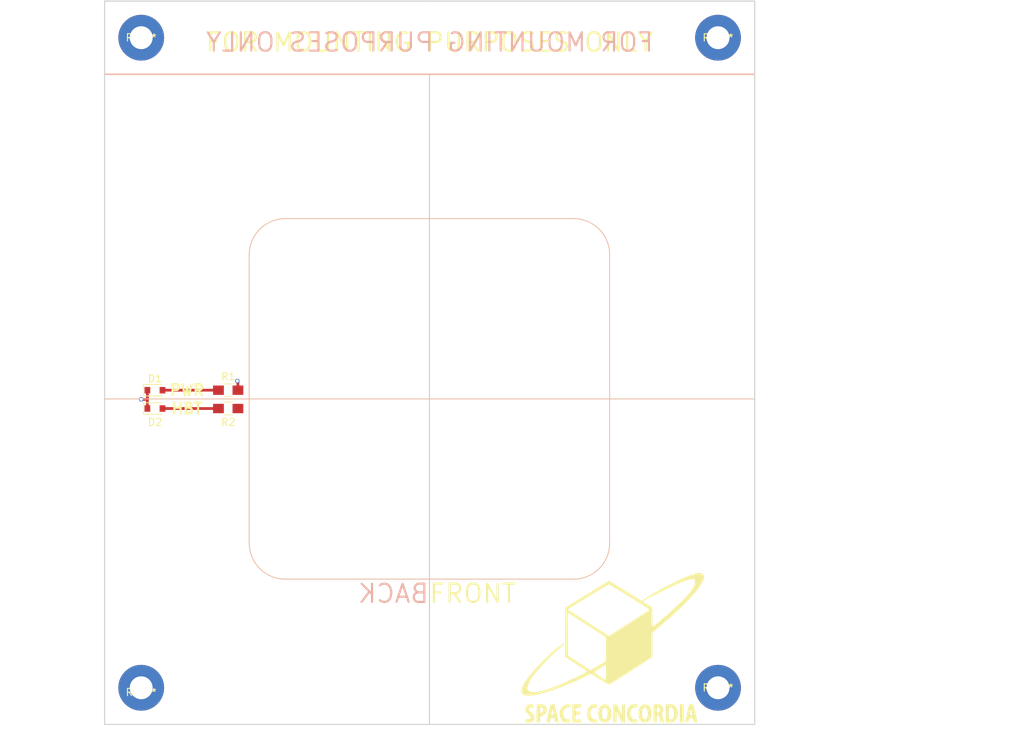
<source format=kicad_pcb>
(kicad_pcb (version 4) (host pcbnew 4.0.7)

  (general
    (links 3)
    (no_connects 0)
    (area 93.269999 43.739999 183.590001 144.220001)
    (thickness 1.6)
    (drawings 51)
    (tracks 9)
    (zones 0)
    (modules 9)
    (nets 6)
  )

  (page A4)
  (layers
    (0 TOP signal)
    (1 GND power)
    (2 +3V3 power)
    (31 BOT signal)
    (32 B.Adhes user)
    (33 F.Adhes user)
    (34 B.Paste user)
    (35 F.Paste user)
    (36 B.SilkS user)
    (37 F.SilkS user)
    (38 B.Mask user)
    (39 F.Mask user)
    (41 Cmts.User user)
    (44 Edge.Cuts user)
    (48 B.Fab user hide)
    (49 F.Fab user hide)
  )

  (setup
    (last_trace_width 0.381)
    (user_trace_width 0.381)
    (trace_clearance 0.2)
    (zone_clearance 0.508)
    (zone_45_only no)
    (trace_min 0.2)
    (segment_width 0.2)
    (edge_width 0.15)
    (via_size 0.6)
    (via_drill 0.4)
    (via_min_size 0.4)
    (via_min_drill 0.3)
    (uvia_size 0.3)
    (uvia_drill 0.1)
    (uvias_allowed no)
    (uvia_min_size 0.2)
    (uvia_min_drill 0.1)
    (pcb_text_width 0.3)
    (pcb_text_size 1.5 1.5)
    (mod_edge_width 0.15)
    (mod_text_size 1 1)
    (mod_text_width 0.15)
    (pad_size 1.524 1.524)
    (pad_drill 0.762)
    (pad_to_mask_clearance 0.2)
    (aux_axis_origin 0 0)
    (visible_elements FFFFFF7F)
    (pcbplotparams
      (layerselection 0x00030_80000001)
      (usegerberextensions false)
      (excludeedgelayer true)
      (linewidth 0.100000)
      (plotframeref false)
      (viasonmask false)
      (mode 1)
      (useauxorigin false)
      (hpglpennumber 1)
      (hpglpenspeed 20)
      (hpglpendiameter 15)
      (hpglpenoverlay 2)
      (psnegative false)
      (psa4output false)
      (plotreference true)
      (plotvalue true)
      (plotinvisibletext false)
      (padsonsilk false)
      (subtractmaskfromsilk false)
      (outputformat 1)
      (mirror false)
      (drillshape 1)
      (scaleselection 1)
      (outputdirectory ""))
  )

  (net 0 "")
  (net 1 GND)
  (net 2 "Net-(D1-Pad2)")
  (net 3 "Net-(D2-Pad2)")
  (net 4 +3V3)
  (net 5 /HBT_LED)

  (net_class Default "This is the default net class."
    (clearance 0.2)
    (trace_width 0.25)
    (via_dia 0.6)
    (via_drill 0.4)
    (uvia_dia 0.3)
    (uvia_drill 0.1)
    (add_net +3V3)
    (add_net /HBT_LED)
    (add_net GND)
    (add_net "Net-(D1-Pad2)")
    (add_net "Net-(D2-Pad2)")
  )

  (module Diodes_SMD:D_0805 (layer TOP) (tedit 5A136BBA) (tstamp 5A136B1F)
    (at 100.33 97.79)
    (descr "Diode SMD in 0805 package http://datasheets.avx.com/schottky.pdf")
    (tags "smd diode")
    (path /5A136B85)
    (attr smd)
    (fp_text reference D1 (at 0 -1.6) (layer F.SilkS)
      (effects (font (size 1 1) (thickness 0.15)))
    )
    (fp_text value LED (at 0 1.7) (layer F.Fab)
      (effects (font (size 1 1) (thickness 0.15)))
    )
    (fp_text user %R (at 0 -1.6) (layer F.Fab)
      (effects (font (size 1 1) (thickness 0.15)))
    )
    (fp_line (start -1.6 -0.8) (end -1.6 0.8) (layer F.SilkS) (width 0.12))
    (fp_line (start -1.7 0.88) (end -1.7 -0.88) (layer F.CrtYd) (width 0.05))
    (fp_line (start 1.7 0.88) (end -1.7 0.88) (layer F.CrtYd) (width 0.05))
    (fp_line (start 1.7 -0.88) (end 1.7 0.88) (layer F.CrtYd) (width 0.05))
    (fp_line (start -1.7 -0.88) (end 1.7 -0.88) (layer F.CrtYd) (width 0.05))
    (fp_line (start 0.2 0) (end 0.4 0) (layer F.Fab) (width 0.1))
    (fp_line (start -0.1 0) (end -0.3 0) (layer F.Fab) (width 0.1))
    (fp_line (start -0.1 -0.2) (end -0.1 0.2) (layer F.Fab) (width 0.1))
    (fp_line (start 0.2 0.2) (end 0.2 -0.2) (layer F.Fab) (width 0.1))
    (fp_line (start -0.1 0) (end 0.2 0.2) (layer F.Fab) (width 0.1))
    (fp_line (start 0.2 -0.2) (end -0.1 0) (layer F.Fab) (width 0.1))
    (fp_line (start -1 0.65) (end -1 -0.65) (layer F.Fab) (width 0.1))
    (fp_line (start 1 0.65) (end -1 0.65) (layer F.Fab) (width 0.1))
    (fp_line (start 1 -0.65) (end 1 0.65) (layer F.Fab) (width 0.1))
    (fp_line (start -1 -0.65) (end 1 -0.65) (layer F.Fab) (width 0.1))
    (fp_line (start -1.6 0.8) (end 1 0.8) (layer F.SilkS) (width 0.12))
    (fp_line (start -1.6 -0.8) (end 1 -0.8) (layer F.SilkS) (width 0.12))
    (pad 1 smd rect (at -1.05 0) (size 0.8 0.9) (layers TOP F.Paste F.Mask)
      (net 1 GND))
    (pad 2 smd rect (at 1.05 0) (size 0.8 0.9) (layers TOP F.Paste F.Mask)
      (net 2 "Net-(D1-Pad2)"))
    (model ${KISYS3DMOD}/Diodes_SMD.3dshapes/D_0805.wrl
      (at (xyz 0 0 0))
      (scale (xyz 1 1 1))
      (rotate (xyz 0 0 0))
    )
  )

  (module Diodes_SMD:D_0805 (layer TOP) (tedit 5A136BC5) (tstamp 5A136B50)
    (at 100.33 100.33)
    (descr "Diode SMD in 0805 package http://datasheets.avx.com/schottky.pdf")
    (tags "smd diode")
    (path /5A136AB7)
    (attr smd)
    (fp_text reference D2 (at 0 1.905) (layer F.SilkS)
      (effects (font (size 1 1) (thickness 0.15)))
    )
    (fp_text value LED (at 0 1.7) (layer F.Fab)
      (effects (font (size 1 1) (thickness 0.15)))
    )
    (fp_text user %R (at 0 -1.6) (layer F.Fab)
      (effects (font (size 1 1) (thickness 0.15)))
    )
    (fp_line (start -1.6 -0.8) (end -1.6 0.8) (layer F.SilkS) (width 0.12))
    (fp_line (start -1.7 0.88) (end -1.7 -0.88) (layer F.CrtYd) (width 0.05))
    (fp_line (start 1.7 0.88) (end -1.7 0.88) (layer F.CrtYd) (width 0.05))
    (fp_line (start 1.7 -0.88) (end 1.7 0.88) (layer F.CrtYd) (width 0.05))
    (fp_line (start -1.7 -0.88) (end 1.7 -0.88) (layer F.CrtYd) (width 0.05))
    (fp_line (start 0.2 0) (end 0.4 0) (layer F.Fab) (width 0.1))
    (fp_line (start -0.1 0) (end -0.3 0) (layer F.Fab) (width 0.1))
    (fp_line (start -0.1 -0.2) (end -0.1 0.2) (layer F.Fab) (width 0.1))
    (fp_line (start 0.2 0.2) (end 0.2 -0.2) (layer F.Fab) (width 0.1))
    (fp_line (start -0.1 0) (end 0.2 0.2) (layer F.Fab) (width 0.1))
    (fp_line (start 0.2 -0.2) (end -0.1 0) (layer F.Fab) (width 0.1))
    (fp_line (start -1 0.65) (end -1 -0.65) (layer F.Fab) (width 0.1))
    (fp_line (start 1 0.65) (end -1 0.65) (layer F.Fab) (width 0.1))
    (fp_line (start 1 -0.65) (end 1 0.65) (layer F.Fab) (width 0.1))
    (fp_line (start -1 -0.65) (end 1 -0.65) (layer F.Fab) (width 0.1))
    (fp_line (start -1.6 0.8) (end 1 0.8) (layer F.SilkS) (width 0.12))
    (fp_line (start -1.6 -0.8) (end 1 -0.8) (layer F.SilkS) (width 0.12))
    (pad 1 smd rect (at -1.05 0) (size 0.8 0.9) (layers TOP F.Paste F.Mask)
      (net 1 GND))
    (pad 2 smd rect (at 1.05 0) (size 0.8 0.9) (layers TOP F.Paste F.Mask)
      (net 3 "Net-(D2-Pad2)"))
    (model ${KISYS3DMOD}/Diodes_SMD.3dshapes/D_0805.wrl
      (at (xyz 0 0 0))
      (scale (xyz 1 1 1))
      (rotate (xyz 0 0 0))
    )
  )

  (module Resistors_SMD:R_0805_HandSoldering (layer TOP) (tedit 5A136BB5) (tstamp 5A1372CE)
    (at 110.49 97.79 180)
    (descr "Resistor SMD 0805, hand soldering")
    (tags "resistor 0805")
    (path /5A136BC9)
    (attr smd)
    (fp_text reference R1 (at 0 1.905 180) (layer F.SilkS)
      (effects (font (size 1 1) (thickness 0.15)))
    )
    (fp_text value 220 (at 0 1.75 180) (layer F.Fab)
      (effects (font (size 1 1) (thickness 0.15)))
    )
    (fp_text user %R (at 0 0 180) (layer F.Fab)
      (effects (font (size 0.5 0.5) (thickness 0.075)))
    )
    (fp_line (start -1 0.62) (end -1 -0.62) (layer F.Fab) (width 0.1))
    (fp_line (start 1 0.62) (end -1 0.62) (layer F.Fab) (width 0.1))
    (fp_line (start 1 -0.62) (end 1 0.62) (layer F.Fab) (width 0.1))
    (fp_line (start -1 -0.62) (end 1 -0.62) (layer F.Fab) (width 0.1))
    (fp_line (start 0.6 0.88) (end -0.6 0.88) (layer F.SilkS) (width 0.12))
    (fp_line (start -0.6 -0.88) (end 0.6 -0.88) (layer F.SilkS) (width 0.12))
    (fp_line (start -2.35 -0.9) (end 2.35 -0.9) (layer F.CrtYd) (width 0.05))
    (fp_line (start -2.35 -0.9) (end -2.35 0.9) (layer F.CrtYd) (width 0.05))
    (fp_line (start 2.35 0.9) (end 2.35 -0.9) (layer F.CrtYd) (width 0.05))
    (fp_line (start 2.35 0.9) (end -2.35 0.9) (layer F.CrtYd) (width 0.05))
    (pad 1 smd rect (at -1.35 0 180) (size 1.5 1.3) (layers TOP F.Paste F.Mask)
      (net 4 +3V3))
    (pad 2 smd rect (at 1.35 0 180) (size 1.5 1.3) (layers TOP F.Paste F.Mask)
      (net 2 "Net-(D1-Pad2)"))
    (model ${KISYS3DMOD}/Resistors_SMD.3dshapes/R_0805.wrl
      (at (xyz 0 0 0))
      (scale (xyz 1 1 1))
      (rotate (xyz 0 0 0))
    )
  )

  (module Resistors_SMD:R_0805_HandSoldering (layer TOP) (tedit 5A136BC1) (tstamp 5A1372DF)
    (at 110.49 100.33 180)
    (descr "Resistor SMD 0805, hand soldering")
    (tags "resistor 0805")
    (path /5A136BF0)
    (attr smd)
    (fp_text reference R2 (at 0 -1.905 180) (layer F.SilkS)
      (effects (font (size 1 1) (thickness 0.15)))
    )
    (fp_text value 220 (at 0 1.75 180) (layer F.Fab)
      (effects (font (size 1 1) (thickness 0.15)))
    )
    (fp_text user %R (at 0 0 180) (layer F.Fab)
      (effects (font (size 0.5 0.5) (thickness 0.075)))
    )
    (fp_line (start -1 0.62) (end -1 -0.62) (layer F.Fab) (width 0.1))
    (fp_line (start 1 0.62) (end -1 0.62) (layer F.Fab) (width 0.1))
    (fp_line (start 1 -0.62) (end 1 0.62) (layer F.Fab) (width 0.1))
    (fp_line (start -1 -0.62) (end 1 -0.62) (layer F.Fab) (width 0.1))
    (fp_line (start 0.6 0.88) (end -0.6 0.88) (layer F.SilkS) (width 0.12))
    (fp_line (start -0.6 -0.88) (end 0.6 -0.88) (layer F.SilkS) (width 0.12))
    (fp_line (start -2.35 -0.9) (end 2.35 -0.9) (layer F.CrtYd) (width 0.05))
    (fp_line (start -2.35 -0.9) (end -2.35 0.9) (layer F.CrtYd) (width 0.05))
    (fp_line (start 2.35 0.9) (end 2.35 -0.9) (layer F.CrtYd) (width 0.05))
    (fp_line (start 2.35 0.9) (end -2.35 0.9) (layer F.CrtYd) (width 0.05))
    (pad 1 smd rect (at -1.35 0 180) (size 1.5 1.3) (layers TOP F.Paste F.Mask)
      (net 5 /HBT_LED))
    (pad 2 smd rect (at 1.35 0 180) (size 1.5 1.3) (layers TOP F.Paste F.Mask)
      (net 3 "Net-(D2-Pad2)"))
    (model ${KISYS3DMOD}/Resistors_SMD.3dshapes/R_0805.wrl
      (at (xyz 0 0 0))
      (scale (xyz 1 1 1))
      (rotate (xyz 0 0 0))
    )
  )

  (module aleksandr_footprints:logo (layer TOP) (tedit 0) (tstamp 5A1377B9)
    (at 163.83 133.985)
    (fp_text reference G*** (at 0 0) (layer F.SilkS) hide
      (effects (font (thickness 0.3)))
    )
    (fp_text value LOGO (at 0.75 0) (layer F.SilkS) hide
      (effects (font (thickness 0.3)))
    )
    (fp_poly (pts (xy -11.121197 7.399456) (xy -10.98322 7.499859) (xy -10.975731 7.679571) (xy -10.979036 7.692817)
      (xy -11.055424 7.834246) (xy -11.208026 7.841661) (xy -11.223125 7.838029) (xy -11.490468 7.815359)
      (xy -11.640538 7.89159) (xy -11.668361 8.038887) (xy -11.568965 8.229415) (xy -11.337377 8.435337)
      (xy -11.330649 8.439904) (xy -11.032089 8.713995) (xy -10.874108 9.015333) (xy -10.849588 9.313971)
      (xy -10.951416 9.579964) (xy -11.172476 9.783367) (xy -11.505652 9.894233) (xy -11.679004 9.906)
      (xy -11.9293 9.892986) (xy -12.100814 9.859826) (xy -12.140586 9.836026) (xy -12.15691 9.704536)
      (xy -12.139451 9.596339) (xy -12.075617 9.484936) (xy -11.930083 9.43828) (xy -11.743983 9.433479)
      (xy -11.473431 9.405393) (xy -11.357129 9.307822) (xy -11.39508 9.141156) (xy -11.58729 8.905784)
      (xy -11.735227 8.76774) (xy -11.964111 8.552185) (xy -12.087228 8.385118) (xy -12.135419 8.214972)
      (xy -12.1412 8.088946) (xy -12.064911 7.766901) (xy -11.860125 7.519901) (xy -11.562962 7.38331)
      (xy -11.404113 7.367296) (xy -11.121197 7.399456)) (layer F.SilkS) (width 0.01))
    (fp_poly (pts (xy -9.571907 7.412604) (xy -9.426534 7.503401) (xy -9.356033 7.569604) (xy -9.187586 7.821357)
      (xy -9.145249 8.102985) (xy -9.19583 8.489816) (xy -9.354717 8.758694) (xy -9.637907 8.933628)
      (xy -9.717356 8.961534) (xy -9.93075 9.037077) (xy -10.036146 9.123068) (xy -10.071649 9.275832)
      (xy -10.075334 9.490701) (xy -10.081119 9.73825) (xy -10.116616 9.860583) (xy -10.209035 9.901796)
      (xy -10.331597 9.906) (xy -10.587861 9.906) (xy -10.564431 8.657167) (xy -10.555297 8.170333)
      (xy -10.075334 8.170333) (xy -10.064025 8.408828) (xy -10.01765 8.521548) (xy -9.917537 8.551256)
      (xy -9.908979 8.551333) (xy -9.74208 8.482917) (xy -9.646269 8.37129) (xy -9.600196 8.153206)
      (xy -9.661877 7.946302) (xy -9.804467 7.811155) (xy -9.904185 7.789333) (xy -10.011038 7.8137)
      (xy -10.061579 7.915648) (xy -10.075247 8.13845) (xy -10.075334 8.170333) (xy -10.555297 8.170333)
      (xy -10.541 7.408333) (xy -10.054533 7.382952) (xy -9.760477 7.378002) (xy -9.571907 7.412604)) (layer F.SilkS) (width 0.01))
    (fp_poly (pts (xy -7.833262 8.360833) (xy -7.737455 8.778333) (xy -7.648456 9.160672) (xy -7.576753 9.463122)
      (xy -7.535476 9.630833) (xy -7.498262 9.817167) (xy -7.540979 9.892038) (xy -7.694295 9.905994)
      (xy -7.702434 9.906) (xy -7.914633 9.851771) (xy -8.022603 9.67782) (xy -8.043334 9.475742)
      (xy -8.079922 9.36256) (xy -8.218467 9.317666) (xy -8.335831 9.313333) (xy -8.535761 9.330666)
      (xy -8.632569 9.416785) (xy -8.68392 9.609667) (xy -8.740565 9.810501) (xy -8.841102 9.892391)
      (xy -8.989795 9.906) (xy -9.163407 9.885693) (xy -9.206007 9.807821) (xy -9.195172 9.757833)
      (xy -9.15866 9.618205) (xy -9.094237 9.353726) (xy -9.011575 9.004651) (xy -8.965945 8.808213)
      (xy -8.539544 8.808213) (xy -8.521263 8.87552) (xy -8.454569 8.890448) (xy -8.382 8.89)
      (xy -8.256827 8.849364) (xy -8.221699 8.699055) (xy -8.222684 8.657167) (xy -8.250552 8.393475)
      (xy -8.291372 8.170333) (xy -8.327265 8.036883) (xy -8.358095 8.020462) (xy -8.397711 8.13799)
      (xy -8.450688 8.365001) (xy -8.514368 8.650662) (xy -8.539544 8.808213) (xy -8.965945 8.808213)
      (xy -8.935774 8.678333) (xy -8.844927 8.284017) (xy -8.764509 7.935223) (xy -8.704312 7.674417)
      (xy -8.677028 7.5565) (xy -8.607327 7.420928) (xy -8.449583 7.369795) (xy -8.346331 7.366)
      (xy -8.059888 7.366) (xy -7.833262 8.360833)) (layer F.SilkS) (width 0.01))
    (fp_poly (pts (xy -5.988563 7.389638) (xy -5.883199 7.477467) (xy -5.889559 7.654861) (xy -5.897276 7.686085)
      (xy -5.96456 7.81162) (xy -6.107433 7.831096) (xy -6.183913 7.818317) (xy -6.455109 7.838776)
      (xy -6.671312 8.000835) (xy -6.812247 8.280359) (xy -6.858 8.620733) (xy -6.807552 9.018171)
      (xy -6.663737 9.299259) (xy -6.437848 9.449102) (xy -6.217174 9.465917) (xy -6.020029 9.462426)
      (xy -5.929562 9.533824) (xy -5.902931 9.625434) (xy -5.891087 9.793184) (xy -5.910566 9.861677)
      (xy -6.03256 9.896556) (xy -6.256799 9.904637) (xy -6.518911 9.889321) (xy -6.754523 9.85401)
      (xy -6.887204 9.810054) (xy -7.05062 9.641299) (xy -7.200661 9.362457) (xy -7.312614 9.032393)
      (xy -7.361769 8.709975) (xy -7.362282 8.678333) (xy -7.296086 8.209762) (xy -7.110249 7.823805)
      (xy -6.823894 7.542674) (xy -6.456148 7.388575) (xy -6.232202 7.366) (xy -5.988563 7.389638)) (layer F.SilkS) (width 0.01))
    (fp_poly (pts (xy -4.41821 7.598833) (xy -4.45442 7.747918) (xy -4.551124 7.821772) (xy -4.758766 7.854168)
      (xy -4.804834 7.857701) (xy -5.03108 7.88399) (xy -5.135036 7.942967) (xy -5.163712 8.070583)
      (xy -5.164667 8.132868) (xy -5.150835 8.292664) (xy -5.077028 8.363702) (xy -4.894781 8.381636)
      (xy -4.826 8.382) (xy -4.607803 8.393553) (xy -4.510822 8.448047) (xy -4.487455 8.575233)
      (xy -4.487334 8.593667) (xy -4.505819 8.73004) (xy -4.593009 8.790653) (xy -4.796507 8.805258)
      (xy -4.826 8.805333) (xy -5.042775 8.81348) (xy -5.139098 8.87051) (xy -5.163853 9.025304)
      (xy -5.164667 9.144) (xy -5.164667 9.482667) (xy -4.783667 9.482667) (xy -4.54856 9.49144)
      (xy -4.437169 9.534563) (xy -4.404122 9.637242) (xy -4.402667 9.694333) (xy -4.411382 9.804917)
      (xy -4.462127 9.868207) (xy -4.5918 9.89738) (xy -4.837298 9.905614) (xy -4.995334 9.906)
      (xy -5.588 9.906) (xy -5.588 7.366) (xy -4.39142 7.366) (xy -4.41821 7.598833)) (layer F.SilkS) (width 0.01))
    (fp_poly (pts (xy -2.253233 7.417973) (xy -2.17121 7.505308) (xy -2.159 7.62) (xy -2.192164 7.778692)
      (xy -2.313269 7.814351) (xy -2.328334 7.812929) (xy -2.650871 7.849314) (xy -2.900978 8.017736)
      (xy -3.060892 8.289966) (xy -3.112853 8.637777) (xy -3.058417 8.973285) (xy -2.904659 9.281819)
      (xy -2.677795 9.446239) (xy -2.407755 9.460941) (xy -2.221133 9.485026) (xy -2.128456 9.648474)
      (xy -2.116667 9.785925) (xy -2.170208 9.863013) (xy -2.348165 9.89998) (xy -2.538665 9.906)
      (xy -2.837897 9.884269) (xy -3.056296 9.799143) (xy -3.233837 9.661919) (xy -3.380638 9.515786)
      (xy -3.466975 9.369129) (xy -3.512987 9.167025) (xy -3.538817 8.854549) (xy -3.540466 8.825764)
      (xy -3.517659 8.294783) (xy -3.388458 7.874662) (xy -3.16052 7.575603) (xy -2.841503 7.407811)
      (xy -2.455334 7.379824) (xy -2.253233 7.417973)) (layer F.SilkS) (width 0.01))
    (fp_poly (pts (xy -0.759745 7.441549) (xy -0.512544 7.646408) (xy -0.328907 7.947891) (xy -0.215957 8.313312)
      (xy -0.180821 8.709988) (xy -0.230625 9.105234) (xy -0.372492 9.466363) (xy -0.553451 9.705147)
      (xy -0.79071 9.849544) (xy -1.089845 9.911549) (xy -1.385683 9.888174) (xy -1.613048 9.776428)
      (xy -1.634649 9.754735) (xy -1.865383 9.40519) (xy -1.990997 9.008673) (xy -2.010971 8.713101)
      (xy -1.507294 8.713101) (xy -1.471651 9.033989) (xy -1.397118 9.285847) (xy -1.353608 9.356943)
      (xy -1.176627 9.461244) (xy -0.976633 9.427134) (xy -0.80787 9.266883) (xy -0.786535 9.228667)
      (xy -0.703718 8.939008) (xy -0.683126 8.579147) (xy -0.725771 8.236765) (xy -0.773469 8.094308)
      (xy -0.932496 7.875444) (xy -1.118106 7.814693) (xy -1.301125 7.910277) (xy -1.44226 8.135064)
      (xy -1.499134 8.39089) (xy -1.507294 8.713101) (xy -2.010971 8.713101) (xy -2.01888 8.596083)
      (xy -1.956424 8.198319) (xy -1.811017 7.846283) (xy -1.59005 7.570874) (xy -1.300912 7.402992)
      (xy -1.063383 7.366) (xy -0.759745 7.441549)) (layer F.SilkS) (width 0.01))
    (fp_poly (pts (xy 0.346016 7.381802) (xy 0.471779 7.405844) (xy 0.571877 7.468281) (xy 0.668702 7.59906)
      (xy 0.784646 7.828131) (xy 0.935597 8.170333) (xy 1.263829 8.932333) (xy 1.266914 8.149167)
      (xy 1.269956 7.782458) (xy 1.281445 7.552939) (xy 1.310193 7.428468) (xy 1.365015 7.376902)
      (xy 1.454724 7.366098) (xy 1.481666 7.366) (xy 1.693333 7.366) (xy 1.693333 9.906)
      (xy 1.452597 9.906) (xy 1.34035 9.895439) (xy 1.250201 9.844991) (xy 1.162526 9.726506)
      (xy 1.057695 9.511834) (xy 0.916084 9.172826) (xy 0.881097 9.086328) (xy 0.550333 8.266656)
      (xy 0.5261 9.086328) (xy 0.513315 9.463178) (xy 0.49599 9.702147) (xy 0.465207 9.83463)
      (xy 0.41205 9.892022) (xy 0.327599 9.905718) (xy 0.293267 9.906) (xy 0.084666 9.906)
      (xy 0.084666 7.355271) (xy 0.346016 7.381802)) (layer F.SilkS) (width 0.01))
    (fp_poly (pts (xy 3.265608 7.375784) (xy 3.394713 7.422324) (xy 3.425734 7.531397) (xy 3.407761 7.660383)
      (xy 3.353474 7.803788) (xy 3.231253 7.834148) (xy 3.129162 7.818266) (xy 2.858141 7.838776)
      (xy 2.642021 8.000869) (xy 2.501104 8.280366) (xy 2.455333 8.620733) (xy 2.50587 9.020099)
      (xy 2.650533 9.300801) (xy 2.878897 9.449242) (xy 3.102635 9.465161) (xy 3.295131 9.456027)
      (xy 3.372678 9.515567) (xy 3.386666 9.669001) (xy 3.375121 9.811733) (xy 3.310786 9.881392)
      (xy 3.149115 9.904077) (xy 2.982172 9.906) (xy 2.664362 9.873526) (xy 2.414214 9.788802)
      (xy 2.380561 9.767935) (xy 2.155651 9.51574) (xy 2.005613 9.147322) (xy 1.947522 8.705618)
      (xy 1.947333 8.678333) (xy 2.00788 8.190469) (xy 2.180589 7.800864) (xy 2.452058 7.526178)
      (xy 2.808887 7.383069) (xy 3.002973 7.366) (xy 3.265608 7.375784)) (layer F.SilkS) (width 0.01))
    (fp_poly (pts (xy 4.815264 7.468575) (xy 5.008851 7.607414) (xy 5.16559 7.768785) (xy 5.254163 7.938703)
      (xy 5.300115 8.180201) (xy 5.316486 8.366515) (xy 5.31914 8.946377) (xy 5.231296 9.38589)
      (xy 5.050613 9.68928) (xy 4.774752 9.860775) (xy 4.463801 9.906) (xy 4.164607 9.872819)
      (xy 3.958337 9.758027) (xy 3.915065 9.7155) (xy 3.684008 9.352336) (xy 3.567739 8.904556)
      (xy 3.570105 8.636) (xy 4.064 8.636) (xy 4.10086 9.007704) (xy 4.198448 9.283483)
      (xy 4.337275 9.449199) (xy 4.497851 9.490716) (xy 4.660687 9.393897) (xy 4.796933 9.167641)
      (xy 4.876328 8.853127) (xy 4.878814 8.518636) (xy 4.81523 8.205638) (xy 4.696416 7.955607)
      (xy 4.533212 7.810013) (xy 4.436678 7.789333) (xy 4.275497 7.867887) (xy 4.151139 8.082157)
      (xy 4.077731 8.400052) (xy 4.064 8.636) (xy 3.570105 8.636) (xy 3.572034 8.417121)
      (xy 3.690179 7.965413) (xy 3.896887 7.623755) (xy 4.171421 7.422144) (xy 4.486604 7.367958)
      (xy 4.815264 7.468575)) (layer F.SilkS) (width 0.01))
    (fp_poly (pts (xy 6.445118 7.38108) (xy 6.645093 7.439559) (xy 6.806834 7.561298) (xy 6.819515 7.573818)
      (xy 6.985489 7.84832) (xy 7.024749 8.172307) (xy 6.931167 8.478364) (xy 6.905388 8.518423)
      (xy 6.833616 8.661655) (xy 6.837184 8.825959) (xy 6.893995 9.024095) (xy 6.9813 9.317048)
      (xy 7.049899 9.598987) (xy 7.056157 9.630833) (xy 7.078754 9.818227) (xy 7.024568 9.892772)
      (xy 6.863325 9.906) (xy 6.706457 9.888688) (xy 6.621878 9.805889) (xy 6.570472 9.611311)
      (xy 6.559276 9.546167) (xy 6.472551 9.172767) (xy 6.359915 8.9574) (xy 6.220021 8.89)
      (xy 6.14755 8.931795) (xy 6.108732 9.077541) (xy 6.096109 9.357778) (xy 6.096 9.398)
      (xy 6.091518 9.67954) (xy 6.067028 9.831544) (xy 6.005961 9.893772) (xy 5.891752 9.905989)
      (xy 5.884333 9.906) (xy 5.672666 9.906) (xy 5.672666 8.170333) (xy 6.096 8.170333)
      (xy 6.108371 8.425955) (xy 6.161522 8.531814) (xy 6.279507 8.506654) (xy 6.415827 8.419532)
      (xy 6.567019 8.238085) (xy 6.586849 8.038401) (xy 6.489043 7.872144) (xy 6.287328 7.790976)
      (xy 6.2484 7.789333) (xy 6.151989 7.820828) (xy 6.106618 7.942362) (xy 6.096 8.170333)
      (xy 5.672666 8.170333) (xy 5.672666 7.366) (xy 6.142181 7.366) (xy 6.445118 7.38108)) (layer F.SilkS) (width 0.01))
    (fp_poly (pts (xy 8.183227 7.378198) (xy 8.392237 7.42833) (xy 8.566554 7.536704) (xy 8.639228 7.598833)
      (xy 8.876779 7.918605) (xy 9.004556 8.327955) (xy 9.017856 8.783665) (xy 8.911973 9.242518)
      (xy 8.836834 9.414027) (xy 8.645514 9.680982) (xy 8.380167 9.83794) (xy 8.006285 9.902192)
      (xy 7.855161 9.906) (xy 7.366 9.906) (xy 7.366 8.636) (xy 7.789333 8.636)
      (xy 7.790903 9.020295) (xy 7.800445 9.266158) (xy 7.825205 9.40449) (xy 7.872428 9.466191)
      (xy 7.949362 9.482161) (xy 7.987877 9.482667) (xy 8.19195 9.421865) (xy 8.347711 9.304444)
      (xy 8.452403 9.127505) (xy 8.501384 8.865475) (xy 8.509 8.636) (xy 8.463708 8.22066)
      (xy 8.329968 7.941526) (xy 8.110979 7.803797) (xy 7.987877 7.789333) (xy 7.89776 7.79603)
      (xy 7.840104 7.83672) (xy 7.807665 7.942305) (xy 7.793196 8.143683) (xy 7.789451 8.471755)
      (xy 7.789333 8.636) (xy 7.366 8.636) (xy 7.366 7.366) (xy 7.872664 7.366)
      (xy 8.183227 7.378198)) (layer F.SilkS) (width 0.01))
    (fp_poly (pts (xy 9.821333 9.906) (xy 9.313333 9.906) (xy 9.313333 7.366) (xy 9.821333 7.366)
      (xy 9.821333 9.906)) (layer F.SilkS) (width 0.01))
    (fp_poly (pts (xy 11.077213 7.375888) (xy 11.141512 7.42377) (xy 11.197579 7.531852) (xy 11.256082 7.723814)
      (xy 11.327689 8.023338) (xy 11.423068 8.454105) (xy 11.472445 8.678333) (xy 11.561678 9.078833)
      (xy 11.63984 9.423207) (xy 11.698633 9.675321) (xy 11.729758 9.79904) (xy 11.730107 9.800167)
      (xy 11.685106 9.881257) (xy 11.515845 9.906) (xy 11.343682 9.883103) (xy 11.256123 9.781018)
      (xy 11.212747 9.609667) (xy 11.157859 9.410144) (xy 11.057642 9.328401) (xy 10.87408 9.313333)
      (xy 10.680057 9.331608) (xy 10.585301 9.420466) (xy 10.535413 9.609667) (xy 10.478193 9.810976)
      (xy 10.377336 9.892908) (xy 10.237901 9.906) (xy 10.061624 9.875318) (xy 10.029719 9.800167)
      (xy 10.060099 9.682698) (xy 10.120228 9.433227) (xy 10.202262 9.08486) (xy 10.273202 8.779107)
      (xy 10.690225 8.779107) (xy 10.722695 8.868911) (xy 10.837517 8.889838) (xy 10.861411 8.89)
      (xy 10.973361 8.881985) (xy 11.024114 8.83114) (xy 11.023402 8.697265) (xy 10.980955 8.44016)
      (xy 10.9764 8.415006) (xy 10.921594 8.165479) (xy 10.871242 8.071063) (xy 10.819257 8.135476)
      (xy 10.759556 8.362434) (xy 10.718539 8.5725) (xy 10.690225 8.779107) (xy 10.273202 8.779107)
      (xy 10.298354 8.670703) (xy 10.330681 8.530167) (xy 10.597905 7.366) (xy 10.881247 7.366)
      (xy 10.994014 7.364525) (xy 11.077213 7.375888)) (layer F.SilkS) (width 0.01))
    (fp_poly (pts (xy 12.348688 -10.776949) (xy 12.583173 -10.612809) (xy 12.694983 -10.370431) (xy 12.7 -10.300523)
      (xy 12.649439 -10.066879) (xy 12.509561 -9.735341) (xy 12.298075 -9.339241) (xy 12.032686 -8.911909)
      (xy 11.748777 -8.510038) (xy 11.362102 -8.033099) (xy 10.861208 -7.472432) (xy 10.266068 -6.847586)
      (xy 9.596655 -6.17811) (xy 8.872944 -5.483553) (xy 8.114908 -4.783463) (xy 7.342519 -4.097389)
      (xy 6.575752 -3.44488) (xy 6.561666 -3.433183) (xy 6.264866 -3.185926) (xy 5.989971 -2.955372)
      (xy 5.783287 -2.780406) (xy 5.736166 -2.739959) (xy 5.503333 -2.538694) (xy 5.503333 0.822212)
      (xy 2.600308 2.692865) (xy 1.96665 3.100277) (xy 1.373637 3.47982) (xy 0.83717 3.821445)
      (xy 0.373147 4.115104) (xy -0.002532 4.350751) (xy -0.273967 4.518337) (xy -0.425259 4.607815)
      (xy -0.448079 4.619299) (xy -0.5787 4.600985) (xy -0.826684 4.487542) (xy -1.197446 4.276116)
      (xy -1.696404 3.963855) (xy -1.715939 3.951268) (xy -2.110085 3.699283) (xy -2.461593 3.478609)
      (xy -2.742594 3.306429) (xy -2.925222 3.199929) (xy -2.974131 3.175386) (xy -3.116866 3.18821)
      (xy -3.359336 3.276571) (xy -3.650413 3.42041) (xy -4.308889 3.759435) (xy -5.081295 4.119247)
      (xy -5.932128 4.486176) (xy -6.825886 4.846552) (xy -7.727065 5.186704) (xy -8.600164 5.49296)
      (xy -9.409679 5.751651) (xy -10.120107 5.949106) (xy -10.372065 6.00865) (xy -10.99091 6.119581)
      (xy -11.542131 6.167556) (xy -11.998008 6.152031) (xy -12.330817 6.072461) (xy -12.381425 6.048136)
      (xy -12.603323 5.847311) (xy -12.687576 5.559588) (xy -12.633704 5.184122) (xy -12.441228 4.72007)
      (xy -12.109666 4.166588) (xy -11.638542 3.522832) (xy -11.027374 2.787957) (xy -10.275683 1.96112)
      (xy -9.745737 1.408973) (xy -9.258215 0.923156) (xy -8.770112 0.461011) (xy -8.297626 0.035724)
      (xy -7.856954 -0.339517) (xy -7.464293 -0.651527) (xy -7.135839 -0.887117) (xy -6.887789 -1.033102)
      (xy -6.736341 -1.076294) (xy -6.70838 -1.063935) (xy -6.738568 -0.985556) (xy -6.87202 -0.834916)
      (xy -7.071325 -0.652111) (xy -7.748692 -0.057273) (xy -8.429368 0.576863) (xy -9.091392 1.227386)
      (xy -9.712804 1.871384) (xy -10.271647 2.485944) (xy -10.74596 3.048155) (xy -11.113784 3.535104)
      (xy -11.184946 3.64) (xy -11.501586 4.17003) (xy -11.71453 4.638128) (xy -11.817842 5.027269)
      (xy -11.805589 5.320425) (xy -11.787514 5.368779) (xy -11.604956 5.569976) (xy -11.286805 5.678708)
      (xy -10.838707 5.695919) (xy -10.266306 5.622556) (xy -9.57525 5.459563) (xy -8.771182 5.207885)
      (xy -7.85975 4.868468) (xy -7.218829 4.603982) (xy -6.76352 4.40522) (xy -6.267087 4.181038)
      (xy -5.75256 3.942647) (xy -5.242969 3.701259) (xy -4.761343 3.468087) (xy -4.330711 3.254342)
      (xy -3.974103 3.071237) (xy -3.714548 2.929983) (xy -3.69295 2.916326) (xy -2.556669 2.916326)
      (xy -2.490134 2.984378) (xy -2.315682 3.118582) (xy -2.068755 3.294972) (xy -1.784795 3.489578)
      (xy -1.499245 3.678434) (xy -1.247549 3.837572) (xy -1.065147 3.943024) (xy -0.994834 3.972498)
      (xy -0.970337 3.896044) (xy -0.950229 3.682696) (xy -0.936549 3.364881) (xy -0.931338 2.975022)
      (xy -0.931334 2.963333) (xy -0.934136 2.571102) (xy -0.941769 2.24922) (xy -0.953077 2.030408)
      (xy -0.966902 1.947386) (xy -0.96727 1.947333) (xy -1.068262 1.988446) (xy -1.269957 2.09697)
      (xy -1.535902 2.250682) (xy -1.829645 2.427357) (xy -2.114735 2.604773) (xy -2.354719 2.760707)
      (xy -2.513145 2.872935) (xy -2.556669 2.916326) (xy -3.69295 2.916326) (xy -3.575075 2.841794)
      (xy -3.557544 2.821443) (xy -3.62621 2.757238) (xy -3.817364 2.617119) (xy -4.110168 2.415345)
      (xy -4.483785 2.166176) (xy -4.917375 1.883872) (xy -5.08238 1.778) (xy -6.605673 0.804333)
      (xy -6.566101 -5.35491) (xy -6.267523 -5.35491) (xy -6.245262 -2.367247) (xy -6.223 0.620416)
      (xy -4.663683 1.622427) (xy -3.104365 2.624439) (xy -2.462349 2.273457) (xy -2.094871 2.067528)
      (xy -1.718595 1.848542) (xy -1.407839 1.659853) (xy -1.375834 1.639622) (xy -0.931334 1.35677)
      (xy -0.931334 -1.920731) (xy -3.407834 -3.513267) (xy -3.995939 -3.891492) (xy -4.545171 -4.244788)
      (xy -5.037653 -4.561652) (xy -5.455504 -4.830575) (xy -5.780848 -5.040053) (xy -5.995804 -5.178579)
      (xy -6.075929 -5.230357) (xy -6.267523 -5.35491) (xy -6.566101 -5.35491) (xy -6.563353 -5.782579)
      (xy -6.268622 -5.782579) (xy -3.418421 -3.949623) (xy -2.795729 -3.549647) (xy -2.218476 -3.179775)
      (xy -1.701934 -2.849724) (xy -1.261374 -2.569209) (xy -0.912065 -2.347947) (xy -0.669279 -2.195653)
      (xy -0.548286 -2.122044) (xy -0.537573 -2.116667) (xy -0.461901 -2.160769) (xy -0.259388 -2.286471)
      (xy 0.054326 -2.483864) (xy 0.463604 -2.743042) (xy 0.952807 -3.054097) (xy 1.506295 -3.407121)
      (xy 2.108431 -3.792206) (xy 2.223037 -3.86561) (xy 2.836423 -4.259278) (xy 3.406945 -4.626786)
      (xy 3.918381 -4.957584) (xy 4.35451 -5.24112) (xy 4.699112 -5.466845) (xy 4.935966 -5.624208)
      (xy 5.048851 -5.702659) (xy 5.054245 -5.70711) (xy 5.042979 -5.755878) (xy 4.943666 -5.851582)
      (xy 4.747532 -6.000144) (xy 4.445805 -6.207485) (xy 4.02971 -6.479528) (xy 3.490476 -6.822193)
      (xy 3.40568 -6.875158) (xy 4.13208 -6.875158) (xy 4.814704 -6.464412) (xy 5.497329 -6.053667)
      (xy 5.500331 -4.776611) (xy 5.504728 -4.328057) (xy 5.514845 -3.941198) (xy 5.529383 -3.64686)
      (xy 5.54704 -3.47587) (xy 5.556468 -3.446421) (xy 5.641509 -3.477573) (xy 5.838615 -3.615104)
      (xy 6.13643 -3.849459) (xy 6.523596 -4.171082) (xy 6.988758 -4.570418) (xy 7.520559 -5.037912)
      (xy 8.107642 -5.564008) (xy 8.535494 -5.952958) (xy 9.324603 -6.691793) (xy 9.978609 -7.343409)
      (xy 10.503048 -7.914894) (xy 10.903457 -8.413336) (xy 11.185373 -8.845824) (xy 11.354334 -9.219447)
      (xy 11.415876 -9.541291) (xy 11.413556 -9.637339) (xy 11.383531 -9.840291) (xy 11.303404 -9.934115)
      (xy 11.119527 -9.970012) (xy 11.059468 -9.975249) (xy 10.769397 -9.959041) (xy 10.378011 -9.868843)
      (xy 9.878051 -9.701794) (xy 9.262258 -9.455035) (xy 8.523374 -9.125703) (xy 7.654138 -8.710937)
      (xy 6.900333 -8.33604) (xy 6.323145 -8.043788) (xy 5.782678 -7.768066) (xy 5.301088 -7.520337)
      (xy 4.900531 -7.312065) (xy 4.603164 -7.154714) (xy 4.431143 -7.059748) (xy 4.41554 -7.050374)
      (xy 4.13208 -6.875158) (xy 3.40568 -6.875158) (xy 2.819327 -7.241402) (xy 2.355909 -7.528278)
      (xy 1.732737 -7.911521) (xy 1.152938 -8.265139) (xy 0.632642 -8.579515) (xy 0.18798 -8.845032)
      (xy -0.164916 -9.052073) (xy -0.409917 -9.191022) (xy -0.530891 -9.252262) (xy -0.539336 -9.25435)
      (xy -0.631215 -9.210751) (xy -0.85007 -9.087857) (xy -1.179027 -8.895709) (xy -1.601212 -8.644348)
      (xy -2.099752 -8.343817) (xy -2.657772 -8.004156) (xy -3.217334 -7.660715) (xy -3.823595 -7.287195)
      (xy -4.392388 -6.93681) (xy -4.90558 -6.620724) (xy -5.345039 -6.350106) (xy -5.692632 -6.136119)
      (xy -5.930226 -5.989932) (xy -6.034144 -5.926099) (xy -6.268622 -5.782579) (xy -6.563353 -5.782579)
      (xy -6.561667 -6.044919) (xy -4.318 -7.424511) (xy -3.718046 -7.793218) (xy -3.124865 -8.157404)
      (xy -2.564753 -8.500951) (xy -2.064006 -8.807741) (xy -1.64892 -9.061656) (xy -1.345791 -9.246578)
      (xy -1.295419 -9.277203) (xy -0.516504 -9.750303) (xy 1.741663 -8.355641) (xy 3.999829 -6.960979)
      (xy 4.815081 -7.489312) (xy 5.549798 -7.94811) (xy 6.328085 -8.40282) (xy 7.130644 -8.844477)
      (xy 7.938173 -9.264118) (xy 8.731374 -9.652779) (xy 9.490948 -10.001497) (xy 10.197594 -10.301308)
      (xy 10.832013 -10.543249) (xy 11.374906 -10.718355) (xy 11.806974 -10.817664) (xy 12.023679 -10.837333)
      (xy 12.348688 -10.776949)) (layer F.SilkS) (width 0.01))
  )

  (module mounting_holes:0.125in_mounting_hole (layer TOP) (tedit 59F3B7D7) (tstamp 5A137900)
    (at 98.425 48.895)
    (fp_text reference REF** (at 0 0) (layer F.SilkS)
      (effects (font (size 1 1) (thickness 0.15)))
    )
    (fp_text value "0.125in mounting hole" (at 0 -2.54) (layer F.Fab)
      (effects (font (size 0.254 0.254) (thickness 0.0508)))
    )
    (pad "" np_thru_hole circle (at 0 0) (size 6.35 6.35) (drill 3.175) (layers *.Cu *.Mask))
  )

  (module mounting_holes:0.125in_mounting_hole (layer TOP) (tedit 59F3B7D7) (tstamp 5A137905)
    (at 178.435 48.895)
    (fp_text reference REF** (at 0 0) (layer F.SilkS)
      (effects (font (size 1 1) (thickness 0.15)))
    )
    (fp_text value "0.125in mounting hole" (at 0 -2.54) (layer F.Fab)
      (effects (font (size 0.254 0.254) (thickness 0.0508)))
    )
    (pad "" np_thru_hole circle (at 0 0) (size 6.35 6.35) (drill 3.175) (layers *.Cu *.Mask))
  )

  (module mounting_holes:0.125in_mounting_hole (layer TOP) (tedit 59F3B7D7) (tstamp 5A13790A)
    (at 98.425 139.065)
    (fp_text reference REF** (at 0 0.635) (layer F.SilkS)
      (effects (font (size 1 1) (thickness 0.15)))
    )
    (fp_text value "0.125in mounting hole" (at 0 -2.54) (layer F.Fab)
      (effects (font (size 0.254 0.254) (thickness 0.0508)))
    )
    (pad "" np_thru_hole circle (at 0 0) (size 6.35 6.35) (drill 3.175) (layers *.Cu *.Mask))
  )

  (module mounting_holes:0.125in_mounting_hole (layer TOP) (tedit 59F3B7D7) (tstamp 5A13791E)
    (at 178.435 139.065)
    (fp_text reference REF** (at 0 0) (layer F.SilkS)
      (effects (font (size 1 1) (thickness 0.15)))
    )
    (fp_text value "0.125in mounting hole" (at 0 -2.54) (layer F.Fab)
      (effects (font (size 0.254 0.254) (thickness 0.0508)))
    )
    (pad "" np_thru_hole circle (at 0 0) (size 6.35 6.35) (drill 3.175) (layers *.Cu *.Mask))
  )

  (gr_text "Main components to be tested\nmust be placed within the\ncenter square" (at 185.42 86.995) (layer Cmts.User)
    (effects (font (size 1.5 1.5) (thickness 0.3)) (justify left))
  )
  (dimension 100.33 (width 0.3) (layer Cmts.User)
    (gr_text "3.9500 in" (at 85.124011 93.98 90) (layer Cmts.User)
      (effects (font (size 1.5 1.5) (thickness 0.3)))
    )
    (feature1 (pts (xy 93.459011 43.815) (xy 83.774011 43.815)))
    (feature2 (pts (xy 93.459011 144.145) (xy 83.774011 144.145)))
    (crossbar (pts (xy 86.474011 144.145) (xy 86.474011 43.815)))
    (arrow1a (pts (xy 86.474011 43.815) (xy 87.060432 44.941504)))
    (arrow1b (pts (xy 86.474011 43.815) (xy 85.88759 44.941504)))
    (arrow2a (pts (xy 86.474011 144.145) (xy 87.060432 143.018496)))
    (arrow2b (pts (xy 86.474011 144.145) (xy 85.88759 143.018496)))
  )
  (dimension 90.17 (width 0.3) (layer Cmts.User)
    (gr_text "3.5500 in" (at 138.43 148.035) (layer Cmts.User)
      (effects (font (size 1.5 1.5) (thickness 0.3)))
    )
    (feature1 (pts (xy 93.345 144.145) (xy 93.345 149.385)))
    (feature2 (pts (xy 183.515 144.145) (xy 183.515 149.385)))
    (crossbar (pts (xy 183.515 146.685) (xy 93.345 146.685)))
    (arrow1a (pts (xy 93.345 146.685) (xy 94.471504 146.098579)))
    (arrow1b (pts (xy 93.345 146.685) (xy 94.471504 147.271421)))
    (arrow2a (pts (xy 183.515 146.685) (xy 182.388496 146.098579)))
    (arrow2b (pts (xy 183.515 146.685) (xy 182.388496 147.271421)))
  )
  (gr_text HBT (at 104.775 100.33) (layer F.SilkS)
    (effects (font (size 1.5 1.5) (thickness 0.3)))
  )
  (gr_text PWR (at 104.775 97.79) (layer F.SilkS)
    (effects (font (size 1.5 1.5) (thickness 0.3)))
  )
  (gr_text "FOR MOUNTING PURPOSES ONLY" (at 138.43 49.53) (layer F.SilkS)
    (effects (font (size 2.54 2.54) (thickness 0.3)))
  )
  (gr_text "FOR MOUNTING PURPOSES ONLY" (at 138.43 49.53) (layer B.SilkS)
    (effects (font (size 2.54 2.54) (thickness 0.3)) (justify mirror))
  )
  (gr_line (start 138.43 53.975) (end 183.515 53.975) (layer B.SilkS) (width 0.2))
  (gr_line (start 138.43 53.975) (end 93.345 53.975) (layer B.SilkS) (width 0.2))
  (gr_line (start 138.43 53.975) (end 183.515 53.975) (layer F.SilkS) (width 0.2))
  (gr_line (start 138.43 53.975) (end 93.345 53.975) (layer F.SilkS) (width 0.2))
  (gr_line (start 183.515 144.145) (end 138.43 144.145) (layer Edge.Cuts) (width 0.15))
  (gr_line (start 183.515 99.06) (end 183.515 144.145) (layer Edge.Cuts) (width 0.15))
  (gr_line (start 183.515 43.815) (end 183.515 99.06) (layer Edge.Cuts) (width 0.15))
  (gr_line (start 182.88 43.815) (end 183.515 43.815) (layer Edge.Cuts) (width 0.15))
  (gr_line (start 138.43 43.815) (end 182.88 43.815) (layer Edge.Cuts) (width 0.15))
  (gr_line (start 93.345 43.815) (end 138.43 43.815) (layer Edge.Cuts) (width 0.15))
  (gr_line (start 93.345 53.975) (end 93.345 43.815) (layer Edge.Cuts) (width 0.15))
  (gr_line (start 93.345 99.06) (end 93.345 53.975) (layer Edge.Cuts) (width 0.15))
  (gr_line (start 93.345 144.145) (end 93.345 99.06) (layer Edge.Cuts) (width 0.15))
  (gr_line (start 138.43 144.145) (end 93.345 144.145) (layer Edge.Cuts) (width 0.15))
  (gr_text BACK (at 133.4064 126) (layer B.SilkS)
    (effects (font (size 2.54 2.54) (thickness 0.3)) (justify mirror))
  )
  (gr_text FRONT (at 144.4064 126) (layer F.SilkS)
    (effects (font (size 2.54 2.54) (thickness 0.3)))
  )
  (gr_arc (start 118.4064 79) (end 118.4064 74) (angle -90) (layer B.SilkS) (width 0.1))
  (gr_arc (start 158.4064 79) (end 163.4064 79) (angle -90) (layer B.SilkS) (width 0.1))
  (gr_arc (start 158.4064 119) (end 158.4064 124) (angle -90) (layer B.SilkS) (width 0.1))
  (gr_arc (start 118.4064 119) (end 113.4064 119) (angle -90) (layer B.SilkS) (width 0.1))
  (gr_line (start 163.4064 119) (end 163.4064 79) (layer B.SilkS) (width 0.1))
  (gr_line (start 113.4064 119) (end 113.4064 79) (layer B.SilkS) (width 0.1))
  (gr_line (start 138.4064 74) (end 138.4064 124) (layer B.SilkS) (width 0.1))
  (gr_line (start 118.4064 124) (end 158.4064 124) (layer B.SilkS) (width 0.1))
  (gr_line (start 163.4064 99) (end 183.4064 99) (layer B.SilkS) (width 0.1))
  (gr_line (start 138.4064 124) (end 138.4064 144) (layer B.SilkS) (width 0.1))
  (gr_line (start 113.4064 99) (end 163.4064 99) (layer B.SilkS) (width 0.1))
  (gr_line (start 138.4064 74) (end 138.4064 54) (layer B.SilkS) (width 0.1))
  (gr_line (start 118.4064 74) (end 158.4064 74) (layer B.SilkS) (width 0.1))
  (gr_line (start 113.4064 99) (end 93.4064 99) (layer B.SilkS) (width 0.1))
  (gr_line (start 138.4064 123.980434) (end 138.4064 143.980434) (layer F.SilkS) (width 0.1))
  (gr_line (start 113.4064 118.980434) (end 113.4064 78.980434) (layer F.SilkS) (width 0.1))
  (gr_line (start 163.4064 98.980434) (end 183.4064 98.980434) (layer F.SilkS) (width 0.1))
  (gr_line (start 118.4064 73.980434) (end 158.4064 73.980434) (layer F.SilkS) (width 0.1))
  (gr_line (start 118.4064 123.980434) (end 158.4064 123.980434) (layer F.SilkS) (width 0.1))
  (gr_arc (start 118.4064 78.980434) (end 118.4064 73.980434) (angle -90) (layer F.SilkS) (width 0.1))
  (gr_arc (start 158.4064 78.980434) (end 163.4064 78.980434) (angle -90) (layer F.SilkS) (width 0.1))
  (gr_line (start 113.4064 98.980434) (end 163.4064 98.980434) (layer F.SilkS) (width 0.1))
  (gr_line (start 163.4064 118.980434) (end 163.4064 78.980434) (layer F.SilkS) (width 0.1))
  (gr_arc (start 158.4064 118.980434) (end 158.4064 123.980434) (angle -90) (layer F.SilkS) (width 0.1))
  (gr_line (start 113.4064 98.980434) (end 93.4064 98.980434) (layer F.SilkS) (width 0.1))
  (gr_line (start 138.4064 73.980434) (end 138.4064 123.980434) (layer F.SilkS) (width 0.1))
  (gr_line (start 138.4064 73.980434) (end 138.4064 53.980434) (layer F.SilkS) (width 0.1))
  (gr_arc (start 118.4064 118.980434) (end 113.4064 118.980434) (angle -90) (layer F.SilkS) (width 0.1))

  (segment (start 99.28 99.06) (end 99.28 100.33) (width 0.381) (layer TOP) (net 1))
  (segment (start 99.28 97.79) (end 99.28 99.06) (width 0.381) (layer TOP) (net 1))
  (segment (start 99.28 99.06) (end 98.425 99.06) (width 0.381) (layer TOP) (net 1))
  (via (at 98.425 99.06) (size 0.6) (drill 0.4) (layers TOP BOT) (net 1))
  (segment (start 109.14 97.79) (end 101.38 97.79) (width 0.381) (layer TOP) (net 2))
  (segment (start 109.14 100.33) (end 101.38 100.33) (width 0.381) (layer TOP) (net 3))
  (segment (start 111.84 97.79) (end 111.84 96.6) (width 0.381) (layer TOP) (net 4))
  (segment (start 111.84 96.6) (end 111.76 96.52) (width 0.381) (layer TOP) (net 4))
  (via (at 111.76 96.52) (size 0.6) (drill 0.4) (layers TOP BOT) (net 4))

)

</source>
